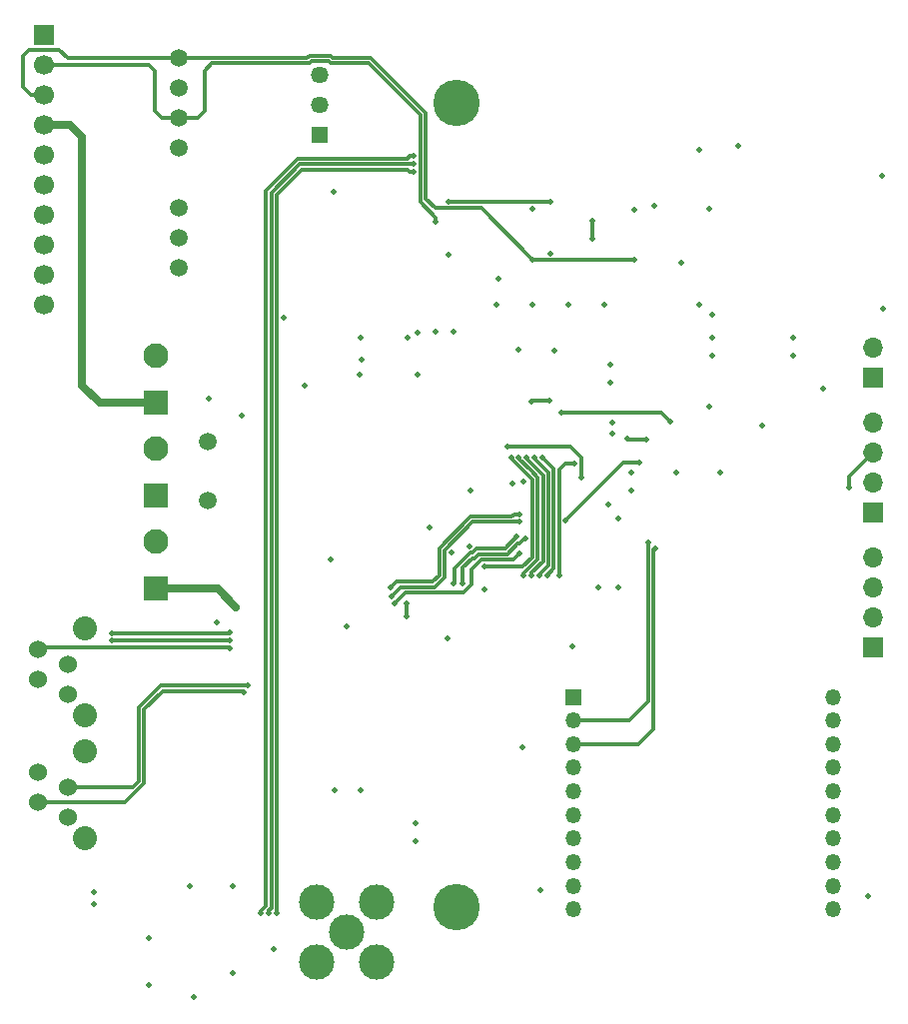
<source format=gbr>
%TF.GenerationSoftware,KiCad,Pcbnew,9.0.1*%
%TF.CreationDate,2025-06-11T13:29:21-05:00*%
%TF.ProjectId,Digital_PCB,44696769-7461-46c5-9f50-43422e6b6963,2.0*%
%TF.SameCoordinates,Original*%
%TF.FileFunction,Copper,L4,Bot*%
%TF.FilePolarity,Positive*%
%FSLAX46Y46*%
G04 Gerber Fmt 4.6, Leading zero omitted, Abs format (unit mm)*
G04 Created by KiCad (PCBNEW 9.0.1) date 2025-06-11 13:29:21*
%MOMM*%
%LPD*%
G01*
G04 APERTURE LIST*
G04 Aperture macros list*
%AMRoundRect*
0 Rectangle with rounded corners*
0 $1 Rounding radius*
0 $2 $3 $4 $5 $6 $7 $8 $9 X,Y pos of 4 corners*
0 Add a 4 corners polygon primitive as box body*
4,1,4,$2,$3,$4,$5,$6,$7,$8,$9,$2,$3,0*
0 Add four circle primitives for the rounded corners*
1,1,$1+$1,$2,$3*
1,1,$1+$1,$4,$5*
1,1,$1+$1,$6,$7*
1,1,$1+$1,$8,$9*
0 Add four rect primitives between the rounded corners*
20,1,$1+$1,$2,$3,$4,$5,0*
20,1,$1+$1,$4,$5,$6,$7,0*
20,1,$1+$1,$6,$7,$8,$9,0*
20,1,$1+$1,$8,$9,$2,$3,0*%
G04 Aperture macros list end*
%TA.AperFunction,WasherPad*%
%ADD10C,3.937000*%
%TD*%
%TA.AperFunction,ComponentPad*%
%ADD11C,1.500000*%
%TD*%
%TA.AperFunction,ComponentPad*%
%ADD12R,1.700000X1.700000*%
%TD*%
%TA.AperFunction,ComponentPad*%
%ADD13O,1.700000X1.700000*%
%TD*%
%TA.AperFunction,ComponentPad*%
%ADD14C,1.700000*%
%TD*%
%TA.AperFunction,ComponentPad*%
%ADD15RoundRect,0.249900X-0.800100X0.800100X-0.800100X-0.800100X0.800100X-0.800100X0.800100X0.800100X0*%
%TD*%
%TA.AperFunction,ComponentPad*%
%ADD16C,2.100000*%
%TD*%
%TA.AperFunction,ComponentPad*%
%ADD17C,3.000000*%
%TD*%
%TA.AperFunction,ComponentPad*%
%ADD18C,2.032000*%
%TD*%
%TA.AperFunction,ComponentPad*%
%ADD19C,1.524000*%
%TD*%
%TA.AperFunction,ComponentPad*%
%ADD20R,1.468000X1.468000*%
%TD*%
%TA.AperFunction,ComponentPad*%
%ADD21C,1.468000*%
%TD*%
%TA.AperFunction,ComponentPad*%
%ADD22C,1.509000*%
%TD*%
%TA.AperFunction,ComponentPad*%
%ADD23R,1.350000X1.350000*%
%TD*%
%TA.AperFunction,ComponentPad*%
%ADD24O,1.350000X1.350000*%
%TD*%
%TA.AperFunction,ViaPad*%
%ADD25C,0.508000*%
%TD*%
%TA.AperFunction,Conductor*%
%ADD26C,0.304800*%
%TD*%
%TA.AperFunction,Conductor*%
%ADD27C,0.635000*%
%TD*%
G04 APERTURE END LIST*
D10*
%TO.P,H1,*%
%TO.N,*%
X145380000Y-134108000D03*
%TD*%
D11*
%TO.P,F1,1*%
%TO.N,Net-(J9-Pin_2)*%
X124318000Y-94655000D03*
%TO.P,F1,2*%
%TO.N,Net-(Q1-D)*%
X124318000Y-99655000D03*
%TD*%
D12*
%TO.P,J8,1,Pin_1*%
%TO.N,GND*%
X180721000Y-100711000D03*
D13*
%TO.P,J8,2,Pin_2*%
%TO.N,SWCLK*%
X180721000Y-98171000D03*
%TO.P,J8,3,Pin_3*%
%TO.N,SWDIO*%
X180721000Y-95631000D03*
%TO.P,J8,4,Pin_4*%
%TO.N,+3V3*%
X180721000Y-93091000D03*
%TD*%
D12*
%TO.P,J2,1,Pin_1*%
%TO.N,GND*%
X110420000Y-60198000D03*
D14*
%TO.P,J2,2,Pin_2*%
%TO.N,+5V*%
X110420000Y-62738000D03*
%TO.P,J2,3,Pin_3*%
%TO.N,-5V*%
X110420000Y-65278000D03*
%TO.P,J2,4,Pin_4*%
%TO.N,AMP_IN*%
X110420000Y-67818000D03*
%TO.P,J2,5,Pin_5*%
%TO.N,AMP_OUT*%
X110420000Y-70358000D03*
%TO.P,J2,6,Pin_6*%
%TO.N,GND*%
X110420000Y-72898000D03*
%TO.P,J2,7,Pin_7*%
%TO.N,unconnected-(J2-Pin_7-Pad7)*%
X110420000Y-75438000D03*
%TO.P,J2,8,Pin_8*%
%TO.N,unconnected-(J2-Pin_8-Pad8)*%
X110420000Y-77978000D03*
%TO.P,J2,9,Pin_9*%
%TO.N,unconnected-(J2-Pin_9-Pad9)*%
X110420000Y-80518000D03*
%TO.P,J2,10,Pin_10*%
%TO.N,unconnected-(J2-Pin_10-Pad10)*%
X110420000Y-83058000D03*
%TD*%
D15*
%TO.P,J9,1,Pin_1*%
%TO.N,GND*%
X119910000Y-99300000D03*
D16*
%TO.P,J9,2,Pin_2*%
%TO.N,Net-(J9-Pin_2)*%
X119910000Y-95264000D03*
%TD*%
D15*
%TO.P,J10,1,Pin_1*%
%TO.N,Net-(D1-K)*%
X119910000Y-107174000D03*
D16*
%TO.P,J10,2,Pin_2*%
%TO.N,Net-(J10-Pin_2)*%
X119910000Y-103138000D03*
%TD*%
D17*
%TO.P,AE1,1,A*%
%TO.N,Net-(AE1-A)*%
X136118600Y-136271000D03*
%TO.P,AE1,2,Shield*%
%TO.N,GND*%
X133578600Y-133731000D03*
%TO.P,AE1,3*%
%TO.N,N/C*%
X138658600Y-133731000D03*
%TO.P,AE1,4*%
X138658600Y-138811000D03*
%TO.P,AE1,5*%
X133578600Y-138811000D03*
%TD*%
D10*
%TO.P,H2,*%
%TO.N,*%
X145380000Y-65958000D03*
%TD*%
D18*
%TO.P,J5,*%
%TO.N,*%
X113919000Y-110500546D03*
X113919000Y-117910546D03*
D19*
%TO.P,J5,1,Pin_1*%
%TO.N,GND*%
X112445800Y-116113946D03*
%TO.P,J5,2,Pin_2*%
%TO.N,Status_LED_R*%
X109905800Y-114843946D03*
%TO.P,J5,3,Pin_3*%
%TO.N,Status_LED_G*%
X112445800Y-113573946D03*
%TO.P,J5,4,Pin_4*%
%TO.N,Status_LED_B*%
X109905800Y-112303946D03*
%TD*%
D12*
%TO.P,J7,1,Pin_1*%
%TO.N,GND*%
X180721000Y-89286000D03*
D13*
%TO.P,J7,2,Pin_2*%
%TO.N,RESET*%
X180721000Y-86746000D03*
%TD*%
D20*
%TO.P,PS1,1,+VIN*%
%TO.N,Net-(PS1-+VIN)*%
X133857000Y-68707000D03*
D21*
%TO.P,PS1,2,GND*%
%TO.N,GND*%
X133857000Y-66167000D03*
%TO.P,PS1,3,+VOUT*%
%TO.N,+3V3*%
X133857000Y-63627000D03*
%TD*%
D22*
%TO.P,U2,1,GNDin*%
%TO.N,GND*%
X121864400Y-79965800D03*
%TO.P,U2,2,Vin*%
%TO.N,+BATT*%
X121864400Y-77425800D03*
%TO.P,U2,3,ON/~{OFF}*%
%TO.N,unconnected-(U2-ON{slash}~{OFF}-Pad3)*%
X121864400Y-74885800D03*
%TO.P,U2,5,NC*%
%TO.N,unconnected-(U2-NC-Pad5)*%
X121864400Y-69805800D03*
%TO.P,U2,6,+Out*%
%TO.N,+5V*%
X121864400Y-67265800D03*
%TO.P,U2,7,VoutCom*%
%TO.N,GND*%
X121864400Y-64725800D03*
%TO.P,U2,8,-Out*%
%TO.N,-5V*%
X121864400Y-62185800D03*
%TD*%
D15*
%TO.P,J1,1,Pin_1*%
%TO.N,AMP_IN*%
X119910000Y-91426000D03*
D16*
%TO.P,J1,2,Pin_2*%
%TO.N,GND*%
X119910000Y-87390000D03*
%TD*%
D23*
%TO.P,U10,1,VCC*%
%TO.N,+3V3*%
X155305000Y-116330000D03*
D24*
%TO.P,U10,2,DOUT/DIO13*%
%TO.N,XBee_RX*%
X155305000Y-118330000D03*
%TO.P,U10,3,DIN/DIO13*%
%TO.N,XBee_TX*%
X155305000Y-120330000D03*
%TO.P,U10,4,DIO12/MISO*%
%TO.N,unconnected-(U10-DIO12{slash}MISO-Pad4)*%
X155305000Y-122330000D03*
%TO.P,U10,5,nRESET*%
%TO.N,unconnected-(U10-nRESET-Pad5)*%
X155305000Y-124330000D03*
%TO.P,U10,6,~{DIO10/PWM0}*%
%TO.N,Net-(U10-~{DIO10{slash}PWM0})*%
X155305000Y-126330000D03*
%TO.P,U10,7,DIO11/PWM1*%
%TO.N,unconnected-(U10-DIO11{slash}PWM1-Pad7)*%
X155305000Y-128330000D03*
%TO.P,U10,8,RSVD*%
%TO.N,unconnected-(U10-RSVD-Pad8)*%
X155305000Y-130330000D03*
%TO.P,U10,9,nDTR/DIO8*%
%TO.N,unconnected-(U10-nDTR{slash}DIO8-Pad9)*%
X155305000Y-132330000D03*
%TO.P,U10,10,GND*%
%TO.N,GND*%
X155305000Y-134330000D03*
%TO.P,U10,11,DIO3/MOSI*%
%TO.N,unconnected-(U10-DIO3{slash}MOSI-Pad11)*%
X177305000Y-134330000D03*
%TO.P,U10,12,nCTS/DIO7*%
%TO.N,unconnected-(U10-nCTS{slash}DIO7-Pad12)*%
X177305000Y-132330000D03*
%TO.P,U10,13,nSLEEP/DIO9*%
%TO.N,unconnected-(U10-nSLEEP{slash}DIO9-Pad13)*%
X177305000Y-130330000D03*
%TO.P,U10,14,VREF*%
%TO.N,unconnected-(U10-VREF-Pad14)*%
X177305000Y-128330000D03*
%TO.P,U10,15,Assoc/DIO5*%
%TO.N,Net-(U10-Assoc{slash}DIO5)*%
X177305000Y-126330000D03*
%TO.P,U10,16,nRTS/DIO6*%
%TO.N,unconnected-(U10-nRTS{slash}DIO6-Pad16)*%
X177305000Y-124330000D03*
%TO.P,U10,17,AD3/DIO3/nSSEL*%
%TO.N,Net-(U10-AD3{slash}DIO3{slash}nSSEL)*%
X177305000Y-122330000D03*
%TO.P,U10,18,AD2/DIO2/CLK*%
%TO.N,unconnected-(U10-AD2{slash}DIO2{slash}CLK-Pad18)*%
X177305000Y-120330000D03*
%TO.P,U10,19,AD1/DIO1/ATTN*%
%TO.N,unconnected-(U10-AD1{slash}DIO1{slash}ATTN-Pad19)*%
X177305000Y-118330000D03*
%TO.P,U10,20,AD0/DIO0*%
%TO.N,unconnected-(U10-AD0{slash}DIO0-Pad20)*%
X177305000Y-116330000D03*
%TD*%
D12*
%TO.P,J6,1,Pin_1*%
%TO.N,Net-(J6-Pin_1)*%
X180721000Y-112141000D03*
D13*
%TO.P,J6,2,Pin_2*%
%TO.N,Net-(J6-Pin_2)*%
X180721000Y-109601000D03*
%TO.P,J6,3,Pin_3*%
%TO.N,Net-(J6-Pin_3)*%
X180721000Y-107061000D03*
%TO.P,J6,4,Pin_4*%
%TO.N,Net-(J6-Pin_4)*%
X180721000Y-104521000D03*
%TD*%
D18*
%TO.P,J3,*%
%TO.N,*%
X113919000Y-120914546D03*
X113919000Y-128324546D03*
D19*
%TO.P,J3,1,Pin_1*%
%TO.N,GND*%
X112445800Y-126527946D03*
%TO.P,J3,2,Pin_2*%
%TO.N,Radio_RX*%
X109905800Y-125257946D03*
%TO.P,J3,3,Pin_3*%
%TO.N,Radio_TX*%
X112445800Y-123987946D03*
%TO.P,J3,4,Pin_4*%
%TO.N,+BATT*%
X109905800Y-122717946D03*
%TD*%
D25*
%TO.N,+3V3*%
X119380000Y-140716000D03*
X158623000Y-93980000D03*
X157480000Y-107061000D03*
X158496000Y-88138000D03*
X165989000Y-83058000D03*
X155265001Y-112026700D03*
X158313001Y-99987100D03*
X136144000Y-110363000D03*
X137404119Y-87753214D03*
X141986000Y-128524000D03*
X145003401Y-104101900D03*
X164084000Y-97282000D03*
X173990000Y-85852000D03*
X143637000Y-85344000D03*
X114681000Y-133858000D03*
X176530000Y-90170000D03*
X150185001Y-98209100D03*
X160274000Y-97282000D03*
X167132000Y-85852000D03*
X142146000Y-85471000D03*
X137320000Y-85922000D03*
X171323000Y-93345000D03*
X145161000Y-85344000D03*
X165989000Y-69977000D03*
%TO.N,RESET*%
X160872624Y-96483624D03*
X154687000Y-101346000D03*
%TO.N,Net-(D1-K)*%
X126746000Y-108712000D03*
%TO.N,Status_LED_G*%
X116216700Y-110921797D03*
X139837764Y-107069045D03*
X126238000Y-110896394D03*
X150749000Y-100838000D03*
%TO.N,Status_LED_B*%
X140208000Y-108379800D03*
X126238000Y-112217200D03*
X150749000Y-104140000D03*
%TO.N,Status_LED_R*%
X126238000Y-111556797D03*
X139923585Y-107773488D03*
X150749000Y-101498403D03*
X116216700Y-111582200D03*
%TO.N,Xacc*%
X141780800Y-70511581D03*
X128854194Y-134620000D03*
%TO.N,Yacc*%
X129514597Y-134620000D03*
X141780800Y-71171984D03*
%TO.N,Zacc*%
X141780800Y-71832387D03*
X130175000Y-134620000D03*
%TO.N,Xacc_Buffered*%
X156972000Y-75946000D03*
X156972000Y-77470000D03*
%TO.N,+5V*%
X144780000Y-74360000D03*
X143637000Y-76073000D03*
X153416000Y-74360000D03*
%TO.N,-5V*%
X160528000Y-79310000D03*
X151892000Y-79310000D03*
%TO.N,Radio_RX*%
X127381000Y-115925600D03*
%TO.N,Radio_TX*%
X127762000Y-115366800D03*
%TO.N,I2C_SDA*%
X145167683Y-106730800D03*
X150536655Y-102770405D03*
%TO.N,I2C_SCL*%
X151278400Y-102896403D03*
X145957946Y-106730799D03*
X141217870Y-109497400D03*
X141217870Y-108379800D03*
%TO.N,SWDIO*%
X178689000Y-98621600D03*
%TO.N,SPI_MOSI*%
X153111209Y-106045000D03*
X152690800Y-96030052D03*
%TO.N,SPI_SCK*%
X151790403Y-106045000D03*
X151370388Y-96014602D03*
X151765000Y-91313000D03*
X153303132Y-91236800D03*
%TO.N,SPI_MISO*%
X152450806Y-106045000D03*
X152030760Y-96008181D03*
%TO.N,XBee_TX*%
X162229800Y-103717975D03*
%TO.N,XBee_RX*%
X161671000Y-103251000D03*
%TO.N,SPI_ADC_DRDY*%
X150710002Y-96009925D03*
X151130000Y-106045000D03*
%TO.N,SPI_Acc_ADC_CS*%
X147827708Y-105313800D03*
X150049606Y-96012847D03*
%TO.N,Boot0*%
X161466384Y-94488000D03*
X159890584Y-94473868D03*
%TO.N,Boot1*%
X154178000Y-106045000D03*
X155397201Y-96521000D03*
%TO.N,ADC_RESET*%
X156005618Y-97712118D03*
X149733000Y-95123000D03*
%TO.N,Net-(U4-CLKIN)*%
X163576000Y-92964000D03*
X154305000Y-92202000D03*
%TO.N,GND*%
X160218001Y-98844100D03*
X159131000Y-107061000D03*
X166878000Y-74930000D03*
X147828000Y-107188000D03*
X146558000Y-103540987D03*
X114681000Y-132842000D03*
X167767000Y-97282000D03*
X151892000Y-83058000D03*
X126492000Y-139700000D03*
X142113000Y-89027000D03*
X124460000Y-91059000D03*
X137193000Y-89027000D03*
X164465000Y-79502000D03*
X154940000Y-83058000D03*
X180340000Y-133223000D03*
X123190000Y-141732000D03*
X129921000Y-137668000D03*
X166878000Y-91694000D03*
X181610000Y-83439000D03*
X148844000Y-83058000D03*
X137287000Y-124206000D03*
X122809000Y-132377000D03*
X158496000Y-89662000D03*
X160528000Y-75057000D03*
X125095000Y-109982000D03*
X157988000Y-83058000D03*
X158623000Y-93091000D03*
X134747000Y-104648000D03*
X126449000Y-132377000D03*
X119380000Y-136779000D03*
X148971000Y-80899000D03*
X152527000Y-132715000D03*
X132588000Y-89916000D03*
X151130000Y-98044000D03*
X151892000Y-74930000D03*
X162179000Y-74676000D03*
X141257000Y-85852000D03*
X135128000Y-124206000D03*
X144780000Y-78867000D03*
X141986000Y-127000000D03*
X173990000Y-87376000D03*
X153416000Y-78740000D03*
X135001000Y-73533000D03*
X127254000Y-92456000D03*
X146629001Y-98844100D03*
X169291000Y-69596000D03*
X159131000Y-101196200D03*
X151028400Y-120599200D03*
X144653000Y-111379000D03*
X167132000Y-87376000D03*
X150702470Y-86876919D03*
X130733800Y-84201000D03*
X167132000Y-83947000D03*
X153685600Y-87007664D03*
X143129000Y-101981000D03*
X181483000Y-72136000D03*
%TD*%
D26*
%TO.N,RESET*%
X159549376Y-96483624D02*
X160872624Y-96483624D01*
X154687000Y-101346000D02*
X159549376Y-96483624D01*
D27*
%TO.N,Net-(D1-K)*%
X125208000Y-107174000D02*
X119910000Y-107174000D01*
X126746000Y-108712000D02*
X125208000Y-107174000D01*
D26*
%TO.N,Status_LED_G*%
X126238000Y-110896394D02*
X126187203Y-110896394D01*
X150114000Y-101040203D02*
X150316203Y-100838000D01*
X126161800Y-110921797D02*
X116216700Y-110921797D01*
X143383000Y-106553000D02*
X143940800Y-105995200D01*
X143940800Y-103724832D02*
X146375316Y-101290315D01*
X150316203Y-100838000D02*
X150749000Y-100838000D01*
X146375316Y-101290315D02*
X146625429Y-101040203D01*
X139837764Y-107069045D02*
X140353809Y-106553000D01*
X146625429Y-101040203D02*
X150114000Y-101040203D01*
X126187203Y-110896394D02*
X126161800Y-110921797D01*
X140353809Y-106553000D02*
X143383000Y-106553000D01*
X143940800Y-105995200D02*
X143940800Y-103724832D01*
%TO.N,Status_LED_B*%
X140208000Y-108379800D02*
X141118400Y-107469400D01*
X116448577Y-112142000D02*
X115984823Y-112142000D01*
X110068746Y-112141000D02*
X109905800Y-112303946D01*
X115983823Y-112141000D02*
X110068746Y-112141000D01*
X146685000Y-105501650D02*
X147511249Y-104675400D01*
X126238000Y-112217200D02*
X126238000Y-112166403D01*
X146022599Y-107469401D02*
X146685000Y-106807000D01*
X141118400Y-107469400D02*
X146022599Y-107469401D01*
X116449577Y-112141000D02*
X116448577Y-112142000D01*
X150213600Y-104675400D02*
X150749000Y-104140000D01*
X147511249Y-104675400D02*
X150213600Y-104675400D01*
X115984823Y-112142000D02*
X115983823Y-112141000D01*
X126238000Y-112166403D02*
X126212597Y-112141000D01*
X126212597Y-112141000D02*
X116449577Y-112141000D01*
X146685000Y-106807000D02*
X146685000Y-105501650D01*
%TO.N,Status_LED_R*%
X144399000Y-106184993D02*
X144399000Y-103914624D01*
X126238000Y-111556797D02*
X126187203Y-111556797D01*
X146815221Y-101498403D02*
X150749000Y-101498403D01*
X139923585Y-107773488D02*
X140685873Y-107011200D01*
X143572792Y-107011200D02*
X144399000Y-106184993D01*
X126161800Y-111582200D02*
X116216700Y-111582200D01*
X144399000Y-103914624D02*
X146815221Y-101498403D01*
X140685873Y-107011200D02*
X143572792Y-107011200D01*
X126187203Y-111556797D02*
X126161800Y-111582200D01*
%TO.N,Xacc*%
X141451419Y-70511581D02*
X141251400Y-70711600D01*
X141251400Y-70711600D02*
X131954416Y-70711600D01*
X129258600Y-73407415D02*
X129258600Y-134049208D01*
X129258600Y-134049208D02*
X128854194Y-134453613D01*
X141780800Y-70511581D02*
X141451419Y-70511581D01*
X131954416Y-70711600D02*
X129258600Y-73407415D01*
X128854194Y-134453613D02*
X128854194Y-134620000D01*
%TO.N,Yacc*%
X129514597Y-134441203D02*
X129514597Y-134620000D01*
X141782984Y-71169800D02*
X132144207Y-71169800D01*
X129716800Y-134239000D02*
X129514597Y-134441203D01*
X141780800Y-71171984D02*
X141782984Y-71169800D01*
X129716800Y-73597208D02*
X129716800Y-134239000D01*
X132144207Y-71169800D02*
X129716800Y-73597208D01*
%TO.N,Zacc*%
X130175000Y-73787000D02*
X130175000Y-134620000D01*
X132334000Y-71628000D02*
X130175000Y-73787000D01*
X141272800Y-71628000D02*
X132334000Y-71628000D01*
X141477187Y-71832387D02*
X141272800Y-71628000D01*
X141780800Y-71832387D02*
X141477187Y-71832387D01*
%TO.N,Xacc_Buffered*%
X156972000Y-75946000D02*
X156972000Y-77470000D01*
D27*
%TO.N,AMP_IN*%
X113665000Y-68834000D02*
X113665000Y-89916000D01*
X110420000Y-67818000D02*
X112649000Y-67818000D01*
X113665000Y-89916000D02*
X115175000Y-91426000D01*
X112649000Y-67818000D02*
X113665000Y-68834000D01*
X115175000Y-91426000D02*
X119910000Y-91426000D01*
D26*
%TO.N,+5V*%
X121864400Y-67265800D02*
X123488200Y-67265800D01*
X153416000Y-74360000D02*
X144780000Y-74360000D01*
X134767008Y-62644000D02*
X137942008Y-62644000D01*
X124079000Y-63246000D02*
X124681000Y-62644000D01*
X132948993Y-62644000D02*
X133158792Y-62434200D01*
X119888000Y-63246000D02*
X119888000Y-66675000D01*
X134557207Y-62434200D02*
X134767008Y-62644000D01*
X137942008Y-62644000D02*
X142339600Y-67041592D01*
X119380000Y-62738000D02*
X119888000Y-63246000D01*
X120478800Y-67265800D02*
X121864400Y-67265800D01*
X110420000Y-62738000D02*
X119380000Y-62738000D01*
X142339600Y-74394600D02*
X143637000Y-75692000D01*
X123488200Y-67265800D02*
X124079000Y-66675000D01*
X143637000Y-75692000D02*
X143637000Y-76073000D01*
X119888000Y-66675000D02*
X120478800Y-67265800D01*
X124079000Y-66675000D02*
X124079000Y-63246000D01*
X142339600Y-67041592D02*
X142339600Y-74394600D01*
X133158792Y-62434200D02*
X134557207Y-62434200D01*
X124681000Y-62644000D02*
X132948993Y-62644000D01*
%TO.N,-5V*%
X109347000Y-65278000D02*
X108712000Y-64643000D01*
X132969000Y-61976000D02*
X134747000Y-61976000D01*
X160528000Y-79310000D02*
X151892000Y-79310000D01*
X110420000Y-65278000D02*
X109347000Y-65278000D01*
X108712000Y-61976000D02*
X109220000Y-61468000D01*
X121864400Y-62185800D02*
X132759200Y-62185800D01*
X108712000Y-64643000D02*
X108712000Y-61976000D01*
X134956800Y-62185800D02*
X138131800Y-62185800D01*
X143613807Y-74919800D02*
X147501800Y-74919800D01*
X112477800Y-62185800D02*
X121864400Y-62185800D01*
X132759200Y-62185800D02*
X132969000Y-61976000D01*
X147501800Y-74919800D02*
X151892000Y-79310000D01*
X142797800Y-74103792D02*
X143613807Y-74919800D01*
X142797800Y-66851800D02*
X142797800Y-74103792D01*
X134747000Y-61976000D02*
X134956800Y-62185800D01*
X138131800Y-62185800D02*
X142797800Y-66851800D01*
X109220000Y-61468000D02*
X111760000Y-61468000D01*
X111760000Y-61468000D02*
X112477800Y-62185800D01*
%TO.N,Radio_RX*%
X117325046Y-125257946D02*
X109905800Y-125257946D01*
X118949200Y-117410792D02*
X118949200Y-123633792D01*
X127381000Y-115925600D02*
X127280400Y-115825000D01*
X120534992Y-115825000D02*
X118949200Y-117410792D01*
X118949200Y-123633792D02*
X117325046Y-125257946D01*
X127280400Y-115825000D02*
X120534992Y-115825000D01*
%TO.N,Radio_TX*%
X127762000Y-115366800D02*
X120345200Y-115366800D01*
X117947054Y-123987946D02*
X112445800Y-123987946D01*
X118491000Y-123444000D02*
X117947054Y-123987946D01*
X118491000Y-117221000D02*
X118491000Y-123444000D01*
X120345200Y-115366800D02*
X118491000Y-117221000D01*
%TO.N,I2C_SDA*%
X149548060Y-103759000D02*
X150536655Y-102770405D01*
X145218483Y-106680000D02*
X145218483Y-105479517D01*
X145167683Y-106730800D02*
X145218483Y-106680000D01*
X145218483Y-105479517D02*
X146597213Y-104100787D01*
X146789877Y-104100787D02*
X147131664Y-103759000D01*
X146597213Y-104100787D02*
X146789877Y-104100787D01*
X147131664Y-103759000D02*
X149548060Y-103759000D01*
%TO.N,I2C_SCL*%
X151200920Y-102896403D02*
X151096455Y-103000868D01*
X150624847Y-103330205D02*
X149737852Y-104217200D01*
X145957946Y-105388046D02*
X145957946Y-106730799D01*
X149737852Y-104217200D02*
X147321456Y-104217200D01*
X147321456Y-104217200D02*
X146979670Y-104558987D01*
X146787005Y-104558987D02*
X145957946Y-105388046D01*
X146979670Y-104558987D02*
X146787005Y-104558987D01*
X151096455Y-103000868D02*
X151096455Y-103002282D01*
X150768532Y-103330205D02*
X150624847Y-103330205D01*
X151278400Y-102896403D02*
X151200920Y-102896403D01*
X151096455Y-103002282D02*
X150768532Y-103330205D01*
X141217870Y-109497400D02*
X141217870Y-108379800D01*
%TO.N,SWDIO*%
X178689000Y-98621600D02*
X178689000Y-97663000D01*
X178689000Y-97663000D02*
X180721000Y-95631000D01*
%TO.N,SPI_MOSI*%
X153670000Y-105486209D02*
X153670000Y-97009252D01*
X153111209Y-106045000D02*
X153670000Y-105486209D01*
X153670000Y-97009252D02*
X152690800Y-96030052D01*
%TO.N,SPI_SCK*%
X151370388Y-96014602D02*
X151370388Y-96149310D01*
X153303132Y-91236800D02*
X151841200Y-91236800D01*
X151790403Y-105814406D02*
X151790403Y-106045000D01*
X151841200Y-91236800D02*
X151765000Y-91313000D01*
X152753600Y-104851209D02*
X151790403Y-105814406D01*
X152753600Y-97532522D02*
X152753600Y-104851209D01*
X151370388Y-96149310D02*
X152753600Y-97532522D01*
%TO.N,SPI_MISO*%
X153211800Y-105152732D02*
X153211800Y-97342729D01*
X152030760Y-96161689D02*
X152030760Y-96008181D01*
X153211800Y-97342729D02*
X152030760Y-96161689D01*
X152450806Y-105913726D02*
X153211800Y-105152732D01*
X152450806Y-106045000D02*
X152450806Y-105913726D01*
%TO.N,XBee_TX*%
X160848000Y-120330000D02*
X162129200Y-119048800D01*
X162129200Y-103818575D02*
X162229800Y-103717975D01*
X155305000Y-120330000D02*
X160848000Y-120330000D01*
X162129200Y-119048800D02*
X162129200Y-103818575D01*
%TO.N,XBee_RX*%
X160054000Y-118330000D02*
X161671000Y-116713000D01*
X155305000Y-118330000D02*
X160054000Y-118330000D01*
X161671000Y-116713000D02*
X161671000Y-103251000D01*
%TO.N,SPI_ADC_DRDY*%
X150710002Y-96145893D02*
X150710002Y-96009925D01*
X151736609Y-97163523D02*
X151727632Y-97163523D01*
X151130000Y-105826816D02*
X152295400Y-104661416D01*
X151727632Y-97163523D02*
X150710002Y-96145893D01*
X152295400Y-97722314D02*
X151736609Y-97163523D01*
X151130000Y-106045000D02*
X151130000Y-105826816D01*
X152295400Y-104661416D02*
X152295400Y-97722314D01*
%TO.N,SPI_Acc_ADC_CS*%
X151837200Y-97921083D02*
X151837200Y-104471624D01*
X150719559Y-96803442D02*
X151837200Y-97921083D01*
X151837200Y-104471624D02*
X150995024Y-105313800D01*
X150049606Y-96012847D02*
X150049606Y-96141206D01*
X150049606Y-96141206D02*
X150711842Y-96803442D01*
X150995024Y-105313800D02*
X147827708Y-105313800D01*
X150711842Y-96803442D02*
X150719559Y-96803442D01*
%TO.N,Boot0*%
X161466384Y-94488000D02*
X159904716Y-94488000D01*
X159904716Y-94488000D02*
X159890584Y-94473868D01*
%TO.N,Boot1*%
X154128200Y-97077800D02*
X154685000Y-96521000D01*
X154685000Y-96521000D02*
X155397201Y-96521000D01*
X154128200Y-105995200D02*
X154128200Y-97077800D01*
X154178000Y-106045000D02*
X154128200Y-105995200D01*
%TO.N,ADC_RESET*%
X156005618Y-97712118D02*
X156005618Y-96061618D01*
X156005618Y-96061618D02*
X155067000Y-95123000D01*
X155067000Y-95123000D02*
X149733000Y-95123000D01*
%TO.N,Net-(U4-CLKIN)*%
X163576000Y-92964000D02*
X162814000Y-92202000D01*
X162814000Y-92202000D02*
X154305000Y-92202000D01*
%TD*%
M02*

</source>
